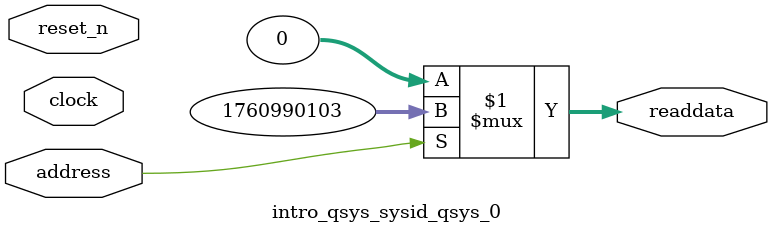
<source format=v>



// synthesis translate_off
`timescale 1ns / 1ps
// synthesis translate_on

// turn off superfluous verilog processor warnings 
// altera message_level Level1 
// altera message_off 10034 10035 10036 10037 10230 10240 10030 

module intro_qsys_sysid_qsys_0 (
               // inputs:
                address,
                clock,
                reset_n,

               // outputs:
                readdata
             )
;

  output  [ 31: 0] readdata;
  input            address;
  input            clock;
  input            reset_n;

  wire    [ 31: 0] readdata;
  //control_slave, which is an e_avalon_slave
  assign readdata = address ? 1760990103 : 0;

endmodule



</source>
